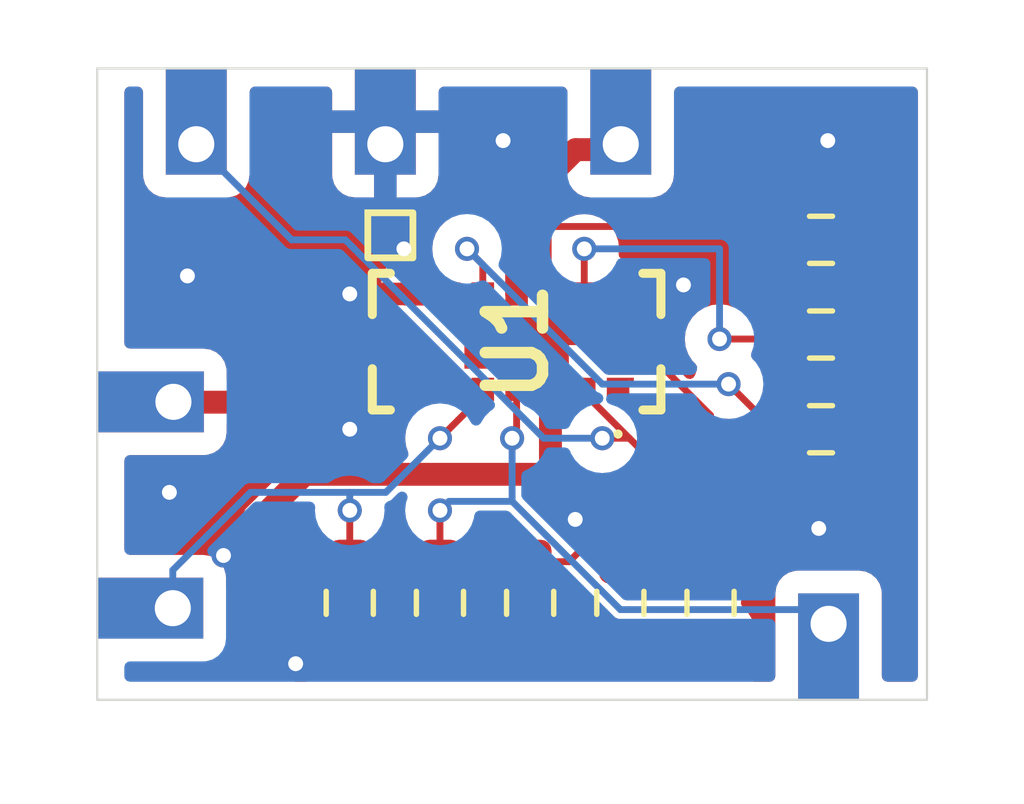
<source format=kicad_pcb>
(kicad_pcb (version 20240108) (generator "pcbnew") (generator_version "8.0")
  (layers (0 "F.Cu" signal "TOP") (31 "B.Cu" signal "BOTTOM") (34 "B.Paste" user) (35 "F.Paste" user) (36 "B.SilkS" user "B.Silkscreen") (37 "F.SilkS" user "F.Silkscreen") (38 "B.Mask" user) (39 "F.Mask" user) (44 "Edge.Cuts" user))
  (net 0 "")
  (net 1 "GND")
  (net 2 "/tof_circuit/CORE_1V8")
  (net 3 "/tof_circuit/AVDD")
  (net 4 "/tof_circuit/SDA")
  (net 5 "/tof_circuit/SCL")
  (net 6 "/tof_circuit/LPn")
  (net 7 "Net-(U1-INT_1)")
  (net 8 "Net-(U1-SYNC)")
  (net 9 "Net-(U1-NCS)")
  (net 10 "Net-(U1-MISO)")
  (footprint "Resistor_SMD:R_0603_1608Metric_Pad0.98x0.95mm_HandSolder" (layer "F.Cu") (at 117 88.25 90)
    (property "Reference" "R3" (hide yes))
    (property "Value" "47k")
    (fp_line (start -0.254724 -0.5225) (end 0.254724 -0.5225) (stroke (width 0.12)) (layer "F.SilkS"))
    (fp_line (start -0.254724 0.5225) (end 0.254724 0.5225) (stroke (width 0.12)) (layer "F.SilkS"))
    (pad "1" smd roundrect (at -0.9125 0 90) (size 0.975 0.95) (layers "F.Cu" "F.Paste" "F.Mask") (net 2 "/tof_circuit/CORE_1V8"))
    (pad "2" smd roundrect (at 0.9125 0 90) (size 0.975 0.95) (layers "F.Cu" "F.Paste" "F.Mask") (net 6 "/tof_circuit/LPn"))
  )
  (footprint "Resistor_SMD:R_0603_1608Metric_Pad0.98x0.95mm_HandSolder" (layer "F.Cu") (at 123.45 82.3)
    (property "Reference" "R7" (hide yes))
    (property "Value" "47k")
    (fp_line (start -0.254724 -0.5225) (end 0.254724 -0.5225) (stroke (width 0.12)) (layer "F.SilkS"))
    (fp_line (start -0.254724 0.5225) (end 0.254724 0.5225) (stroke (width 0.12)) (layer "F.SilkS"))
    (pad "1" smd roundrect (at -0.9125 0) (size 0.975 0.95) (layers "F.Cu" "F.Paste" "F.Mask") (net 9 "Net-(U1-NCS)"))
    (pad "2" smd roundrect (at 0.9125 0) (size 0.975 0.95) (layers "F.Cu" "F.Paste" "F.Mask") (net 1 "GND"))
  )
  (footprint "00_parts:spec_header" (layer "F.Cu") (at 123.618143 88.71541)
    (property "Reference" "J3" (hide yes))
    (property "Value" "Conn_01x01")
    (pad "1" thru_hole custom (at 0 0) (size 1.35 2.35) (drill 0.8 (offset 0 0.5)) (layers "*.Cu" "*.Mask") (net 4 "/tof_circuit/SDA") (options (clearance outline) (anchor rect)) (primitives))
  )
  (footprint "Resistor_SMD:R_0603_1608Metric_Pad0.98x0.95mm_HandSolder" (layer "F.Cu") (at 121 88.25 90)
    (property "Reference" "R5" (hide yes))
    (property "Value" "47k")
    (fp_line (start -0.254724 -0.5225) (end 0.254724 -0.5225) (stroke (width 0.12)) (layer "F.SilkS"))
    (fp_line (start -0.254724 0.5225) (end 0.254724 0.5225) (stroke (width 0.12)) (layer "F.SilkS"))
    (pad "1" smd roundrect (at -0.9125 0 90) (size 0.975 0.95) (layers "F.Cu" "F.Paste" "F.Mask") (net 2 "/tof_circuit/CORE_1V8"))
    (pad "2" smd roundrect (at 0.9125 0 90) (size 0.975 0.95) (layers "F.Cu" "F.Paste" "F.Mask") (net 8 "Net-(U1-SYNC)"))
  )
  (footprint "Resistor_SMD:R_0603_1608Metric_Pad0.98x0.95mm_HandSolder" (layer "F.Cu") (at 123.45 84.4)
    (property "Reference" "R8" (hide yes))
    (property "Value" "47k")
    (fp_line (start -0.254724 -0.5225) (end 0.254724 -0.5225) (stroke (width 0.12)) (layer "F.SilkS"))
    (fp_line (start -0.254724 0.5225) (end 0.254724 0.5225) (stroke (width 0.12)) (layer "F.SilkS"))
    (pad "1" smd roundrect (at -0.9125 0) (size 0.975 0.95) (layers "F.Cu" "F.Paste" "F.Mask") (net 10 "Net-(U1-MISO)"))
    (pad "2" smd roundrect (at 0.9125 0) (size 0.975 0.95) (layers "F.Cu" "F.Paste" "F.Mask") (net 1 "GND"))
  )
  (footprint "Resistor_SMD:R_0603_1608Metric_Pad0.98x0.95mm_HandSolder" (layer "F.Cu") (at 123.45 80.2 180)
    (property "Reference" "R6" (hide yes))
    (property "Value" "47k")
    (fp_line (start -0.254724 0.5225) (end 0.254724 0.5225) (stroke (width 0.12)) (layer "F.SilkS"))
    (fp_line (start -0.254724 -0.5225) (end 0.254724 -0.5225) (stroke (width 0.12)) (layer "F.SilkS"))
    (pad "1" smd roundrect (at -0.9125 0 180) (size 0.975 0.95) (layers "F.Cu" "F.Paste" "F.Mask") (net 1 "GND"))
    (pad "2" smd roundrect (at 0.9125 0 180) (size 0.975 0.95) (layers "F.Cu" "F.Paste" "F.Mask") (net 1 "GND"))
  )
  (footprint "Resistor_SMD:R_0603_1608Metric_Pad0.98x0.95mm_HandSolder" (layer "F.Cu") (at 119 88.25 90)
    (property "Reference" "R4" (hide yes))
    (property "Value" "47k")
    (fp_line (start -0.254724 -0.5225) (end 0.254724 -0.5225) (stroke (width 0.12)) (layer "F.SilkS"))
    (fp_line (start -0.254724 0.5225) (end 0.254724 0.5225) (stroke (width 0.12)) (layer "F.SilkS"))
    (pad "1" smd roundrect (at -0.9125 0 90) (size 0.975 0.95) (layers "F.Cu" "F.Paste" "F.Mask") (net 2 "/tof_circuit/CORE_1V8"))
    (pad "2" smd roundrect (at 0.9125 0 90) (size 0.975 0.95) (layers "F.Cu" "F.Paste" "F.Mask") (net 7 "Net-(U1-INT_1)"))
  )
  (footprint "00_parts:spec_header" (layer "F.Cu") (at 109.089059 83.792928 -90)
    (property "Reference" "J1" (hide yes))
    (property "Value" "Conn_01x01")
    (pad "1" thru_hole custom (at 0 0 270) (size 1.35 2.35) (drill 0.8 (offset 0 0.5)) (layers "*.Cu" "*.Mask") (net 2 "/tof_circuit/CORE_1V8") (options (clearance outline) (anchor rect)) (primitives))
  )
  (footprint "00_parts:VL53L8CXV0GC1" (layer "F.Cu") (at 116.7 82.458 90)
    (property "Reference" "U1" (at 0 0 90) (layer "F.SilkS") (effects (font (size 1.27 1.27) (thickness 0.254))))
    (property "Value" "~" (hide yes))
    (fp_line (start 1.515 -3.2) (end 1.515 -2.8) (stroke (width 0.2)) (layer "F.SilkS"))
    (fp_line (start 0.6 -3.2) (end 1.515 -3.2) (stroke (width 0.2)) (layer "F.SilkS"))
    (fp_line (start -1.515 -3.2) (end -0.6 -3.2) (stroke (width 0.2)) (layer "F.SilkS"))
    (fp_line (start -1.515 -2.8) (end -1.515 -3.2) (stroke (width 0.2)) (layer "F.SilkS"))
    (fp_line (start -2 2.25) (end -2 2.25) (stroke (width 0.1)) (layer "F.SilkS"))
    (fp_line (start -2.1 2.25) (end -2.1 2.25) (stroke (width 0.1)) (layer "F.SilkS"))
    (fp_line (start 1.515 2.8) (end 1.515 3.2) (stroke (width 0.2)) (layer "F.SilkS"))
    (fp_line (start -1.515 2.8) (end -1.515 3.2) (stroke (width 0.2)) (layer "F.SilkS"))
    (fp_line (start 1.515 3.2) (end 0.6 3.2) (stroke (width 0.2)) (layer "F.SilkS"))
    (fp_line (start -1.515 3.2) (end -0.6 3.2) (stroke (width 0.2)) (layer "F.SilkS"))
    (fp_arc (start -2 2.25) (mid -2.05 2.3) (end -2.1 2.25) (stroke (width 0.1)) (layer "F.SilkS"))
    (fp_arc (start -2.1 2.25) (mid -2.05 2.2) (end -2 2.25) (stroke (width 0.1)) (layer "F.SilkS"))
    (pad "1" smd rect (at -0.9 2.55 180) (size 0.1 0.2) (layers "F.Cu" "F.Paste" "F.Mask") (net 7 "Net-(U1-INT_1)"))
    (pad "A1" smd rect (at -1.058 2.25 180) (size 0.5 0.515) (layers "F.Cu" "F.Paste" "F.Mask") (net 7 "Net-(U1-INT_1)"))
    (pad "A2" smd rect (at -1.058 1.5 180) (size 0.5 0.515) (layers "F.Cu" "F.Paste" "F.Mask") (net 6 "/tof_circuit/LPn"))
    (pad "A3" smd rect (at -1.058 0.75 180) (size 0.5 0.515) (layers "F.Cu" "F.Paste" "F.Mask") (net 2 "/tof_circuit/CORE_1V8"))
    (pad "A4" smd rect (at -1.058 0 180) (size 0.5 0.515) (layers "F.Cu" "F.Paste" "F.Mask") (net 4 "/tof_circuit/SDA"))
    (pad "A5" smd rect (at -1.058 -0.75 180) (size 0.5 0.515) (layers "F.Cu" "F.Paste" "F.Mask") (net 5 "/tof_circuit/SCL"))
    (pad "A6" smd rect (at -1.058 -1.5 180) (size 0.5 0.515) (layers "F.Cu" "F.Paste" "F.Mask") (net 1 "GND"))
    (pad "A7" smd rect (at -1.058 -2.25 180) (size 0.5 0.515) (layers "F.Cu" "F.Paste" "F.Mask") (net 1 "GND"))
    (pad "B1" smd rect (at 0 2.668 90) (size 0.5 0.535) (layers "F.Cu" "F.Paste" "F.Mask") (net 8 "Net-(U1-SYNC)"))
    (pad "B4" smd rect (at 0 0 90) (size 1.2 2.316) (layers "F.Cu" "F.Paste" "F.Mask") (net 1 "GND"))
    (pad "B7" smd rect (at 0 -2.668 90) (size 0.5 0.535) (layers "F.Cu" "F.Paste" "F.Mask") (net 2 "/tof_circuit/CORE_1V8"))
    (pad "C1" smd rect (at 1.058 2.25 180) (size 0.5 0.515) (layers "F.Cu" "F.Paste" "F.Mask") (net 1 "GND"))
    (pad "C2" smd rect (at 1.058 1.5 180) (size 0.5 0.515) (layers "F.Cu" "F.Paste" "F.Mask") (net 9 "Net-(U1-NCS)"))
    (pad "C3" smd rect (at 1.058 0.75 180) (size 0.5 0.515) (layers "F.Cu" "F.Paste" "F.Mask") (net 1 "GND"))
    (pad "C4" smd rect (at 1.058 0 180) (size 0.5 0.515) (layers "F.Cu" "F.Paste" "F.Mask") (net 3 "/tof_circuit/AVDD"))
    (pad "C5" smd rect (at 1.058 -0.75 180) (size 0.5 0.515) (layers "F.Cu" "F.Paste" "F.Mask") (net 10 "Net-(U1-MISO)"))
    (pad "C6" smd rect (at 1.058 -1.5 180) (size 0.5 0.515) (layers "F.Cu" "F.Paste" "F.Mask") (net 1 "GND"))
    (pad "C7" smd rect (at 1.058 -2.25 180) (size 0.5 0.515) (layers "F.Cu" "F.Paste" "F.Mask") (net 1 "GND"))
  )
  (footprint "00_parts:spec_header" (layer "F.Cu") (at 109.075621 88.368187 -90)
    (property "Reference" "J4" (hide yes))
    (property "Value" "Conn_01x01")
    (pad "1" thru_hole custom (at 0 0 270) (size 1.35 2.35) (drill 0.8 (offset 0 0.5)) (layers "*.Cu" "*.Mask") (net 5 "/tof_circuit/SCL") (options (clearance outline) (anchor rect)) (primitives))
  )
  (footprint "00_parts:spec_header" (layer "F.Cu") (at 113.788438 78.08 180)
    (property "Reference" "J6" (hide yes))
    (property "Value" "Conn_01x01")
    (pad "1" thru_hole custom (at 0 0 180) (size 1.35 2.35) (drill 0.8 (offset 0 0.5)) (layers "*.Cu" "*.Mask") (net 1 "GND") (options (clearance outline) (anchor rect)) (primitives))
  )
  (footprint "Capacitor_SMD:C_0201_0603Metric_Pad0.64x0.40mm_HandSolder" (layer "F.Cu") (at 116.4 79.4 180)
    (property "Reference" "C3" (hide yes))
    (property "Value" "4.7uF")
    (pad "1" smd roundrect (at -0.4075 0 180) (size 0.635 0.4) (layers "F.Cu" "F.Mask") (net 3 "/tof_circuit/AVDD"))
    (pad "2" smd roundrect (at 0.4075 0 180) (size 0.635 0.4) (layers "F.Cu" "F.Mask") (net 1 "GND"))
  )
  (footprint "00_parts:spec_header" (layer "F.Cu") (at 109.59632 78.08 180)
    (property "Reference" "J5" (hide yes))
    (property "Value" "Conn_01x01")
    (pad "1" thru_hole custom (at 0 0 180) (size 1.35 2.35) (drill 0.8 (offset 0 0.5)) (layers "*.Cu" "*.Mask") (net 6 "/tof_circuit/LPn") (options (clearance outline) (anchor rect)) (primitives))
  )
  (footprint "Capacitor_SMD:C_0201_0603Metric_Pad0.64x0.40mm_HandSolder" (layer "F.Cu") (at 111.8 82 90)
    (property "Reference" "C1" (hide yes))
    (property "Value" "100nF")
    (pad "1" smd roundrect (at -0.4075 0 90) (size 0.635 0.4) (layers "F.Cu" "F.Mask") (net 2 "/tof_circuit/CORE_1V8"))
    (pad "2" smd roundrect (at 0.4075 0 90) (size 0.635 0.4) (layers "F.Cu" "F.Mask") (net 1 "GND"))
  )
  (footprint "Capacitor_SMD:C_0201_0603Metric_Pad0.64x0.40mm_HandSolder" (layer "F.Cu") (at 118 85.6 180)
    (property "Reference" "C2" (hide yes))
    (property "Value" "100nF")
    (pad "1" smd roundrect (at -0.4075 0 180) (size 0.635 0.4) (layers "F.Cu" "F.Mask") (net 1 "GND"))
    (pad "2" smd roundrect (at 0.4075 0 180) (size 0.635 0.4) (layers "F.Cu" "F.Mask") (net 2 "/tof_circuit/CORE_1V8"))
  )
  (footprint "00_parts:spec_header" (layer "F.Cu") (at 119.009128 78.08 180)
    (property "Reference" "J2" (hide yes))
    (property "Value" "Conn_01x01")
    (pad "1" thru_hole custom (at 0 0 180) (size 1.35 2.35) (drill 0.8 (offset 0 0.5)) (layers "*.Cu" "*.Mask") (net 3 "/tof_circuit/AVDD") (options (clearance outline) (anchor rect)) (primitives))
  )
  (footprint "Resistor_SMD:R_0603_1608Metric_Pad0.98x0.95mm_HandSolder" (layer "F.Cu") (at 113 88.25 90)
    (property "Reference" "R1" (hide yes))
    (property "Value" "2.2k")
    (fp_line (start -0.254724 -0.5225) (end 0.254724 -0.5225) (stroke (width 0.12)) (layer "F.SilkS"))
    (fp_line (start -0.254724 0.5225) (end 0.254724 0.5225) (stroke (width 0.12)) (layer "F.SilkS"))
    (pad "1" smd roundrect (at -0.9125 0 90) (size 0.975 0.95) (layers "F.Cu" "F.Paste" "F.Mask") (net 2 "/tof_circuit/CORE_1V8"))
    (pad "2" smd roundrect (at 0.9125 0 90) (size 0.975 0.95) (layers "F.Cu" "F.Paste" "F.Mask") (net 5 "/tof_circuit/SCL"))
  )
  (footprint "Resistor_SMD:R_0603_1608Metric_Pad0.98x0.95mm_HandSolder" (layer "F.Cu") (at 115 88.25 90)
    (property "Reference" "R2" (hide yes))
    (property "Value" "2.2k")
    (fp_line (start -0.254724 -0.5225) (end 0.254724 -0.5225) (stroke (width 0.12)) (layer "F.SilkS"))
    (fp_line (start -0.254724 0.5225) (end 0.254724 0.5225) (stroke (width 0.12)) (layer "F.SilkS"))
    (pad "1" smd roundrect (at -0.9125 0 90) (size 0.975 0.95) (layers "F.Cu" "F.Paste" "F.Mask") (net 2 "/tof_circuit/CORE_1V8"))
    (pad "2" smd roundrect (at 0.9125 0 90) (size 0.975 0.95) (layers "F.Cu" "F.Paste" "F.Mask") (net 4 "/tof_circuit/SDA"))
  )
  (footprint "Capacitor_SMD:C_0201_0603Metric_Pad0.64x0.40mm_HandSolder" (layer "F.Cu") (at 111 89.02 -90)
    (property "Reference" "C4" (hide yes))
    (property "Value" "100nF")
    (pad "1" smd roundrect (at -0.4075 0 270) (size 0.635 0.4) (layers "F.Cu" "F.Mask") (net 2 "/tof_circuit/CORE_1V8"))
    (pad "2" smd roundrect (at 0.4075 0 270) (size 0.635 0.4) (layers "F.Cu" "F.Mask") (net 1 "GND"))
  )
  (gr_rect (start 113.4 79.6) (end 114.4 80.6) (stroke (width 0.15)) (fill none) (layer "F.SilkS"))
  (gr_rect (start 107.4 76.4) (end 125.8 90.4) (stroke (width 0.05)) (fill none) (layer "Edge.Cuts"))
  (segment (start 118.95 81.4) (end 120.2 81.4) (width 0.1524) (layer "F.Cu") (net 1))
  (segment (start 114.45 83.516) (end 113.884 83.516) (width 0.1524) (layer "F.Cu") (net 1))
  (segment (start 118 86.4) (end 118.2 86.4) (width 0.1524) (layer "F.Cu") (net 1))
  (segment (start 113.884 83.516) (end 113 84.4) (width 0.1524) (layer "F.Cu") (net 1))
  (segment (start 117.4 80) (end 117.4 81.35) (width 0.1524) (layer "F.Cu") (net 1))
  (segment (start 118.3019 82.458) (end 118.95 81.8099) (width 0.1524) (layer "F.Cu") (net 1))
  (segment (start 117.4 81.35) (end 117.45 81.4) (width 0.1524) (layer "F.Cu") (net 1))
  (segment (start 111.6275 89.4275) (end 111.8 89.6) (width 0.1524) (layer "F.Cu") (net 1))
  (segment (start 115.2 83.516) (end 114.45 83.516) (width 0.1524) (layer "F.Cu") (net 1))
  (segment (start 118.4075 86.1925) (end 118.4075 85.6) (width 0.1524) (layer "F.Cu") (net 1))
  (segment (start 116.7 82.458) (end 118.3019 82.458) (width 0.1524) (layer "F.Cu") (net 1))
  (segment (start 115.2 81.4) (end 114.45 81.4) (width 0.1524) (layer "F.Cu") (net 1))
  (segment (start 120.2 81.4) (end 120.4 81.2) (width 0.1524) (layer "F.Cu") (net 1))
  (segment (start 118.2 86.4) (end 118.4075 86.1925) (width 0.1524) (layer "F.Cu") (net 1))
  (segment (start 122.2422 79.9047) (end 117.4953 79.9047) (width 0.1524) (layer "F.Cu") (net 1))
  (segment (start 111 89.4275) (end 111.6275 89.4275) (width 0.1524) (layer "F.Cu") (net 1))
  (segment (start 118.95 81.8099) (end 118.95 81.4) (width 0.1524) (layer "F.Cu") (net 1))
  (segment (start 117.4953 79.9047) (end 117.4 80) (width 0.1524) (layer "F.Cu") (net 1))
  (segment (start 122.5375 80.2) (end 122.2422 79.9047) (width 0.1524) (layer "F.Cu") (net 1))
  (via (at 111.8 89.6) (size 0.5334) (drill 0.3302) (layers "F.Cu" "B.Cu") (net 1))
  (via (at 114.2 80.4) (size 0.5334) (drill 0.3302) (layers "F.Cu" "B.Cu") (net 1))
  (via (at 123.4 86.6) (size 0.5334) (drill 0.3302) (layers "F.Cu" "B.Cu") (net 1))
  (via (at 120.4 81.2) (size 0.5334) (drill 0.3302) (layers "F.Cu" "B.Cu") (net 1))
  (via (at 118 86.4) (size 0.5334) (drill 0.3302) (layers "F.Cu" "B.Cu") (net 1))
  (via (at 123.6 78) (size 0.5334) (drill 0.3302) (layers "F.Cu" "B.Cu") (net 1))
  (via (at 110.2 87.2) (size 0.5334) (drill 0.3302) (layers "F.Cu" "B.Cu") (net 1))
  (via (at 109.4 81) (size 0.5334) (drill 0.3302) (layers "F.Cu" "B.Cu") (net 1))
  (via (at 113 84.4) (size 0.5334) (drill 0.3302) (layers "F.Cu" "B.Cu") (net 1))
  (via (at 109 85.8) (size 0.5334) (drill 0.3302) (layers "F.Cu" "B.Cu") (net 1))
  (via (at 113 81.4) (size 0.5334) (drill 0.3302) (layers "F.Cu" "B.Cu") (net 1))
  (via (at 116.4 78) (size 0.5334) (drill 0.3302) (layers "F.Cu" "B.Cu") (net 1))
  (segment (start 113 89.1625) (end 121 89.1625) (width 0.508) (layer "F.Cu") (net 2))
  (segment (start 117.2 85.4) (end 117.4 85.6) (width 0.508) (layer "F.Cu") (net 2))
  (segment (start 111.8 82.4075) (end 113.9815 82.4075) (width 0.508) (layer "F.Cu") (net 2))
  (segment (start 117.45 85.55) (end 117.4 85.6) (width 0.508) (layer "F.Cu") (net 2))
  (segment (start 112.45 88.6125) (end 113 89.1625) (width 0.508) (layer "F.Cu") (net 2))
  (segment (start 112 85.4) (end 117.2 85.4) (width 0.508) (layer "F.Cu") (net 2))
  (segment (start 111 86.4) (end 111 88.6125) (width 0.508) (layer "F.Cu") (net 2))
  (segment (start 109.096131 83.8) (end 111.8 83.8) (width 0.508) (layer "F.Cu") (net 2))
  (segment (start 109.089059 83.792928) (end 109.096131 83.8) (width 0.508) (layer "F.Cu") (net 2))
  (segment (start 111.8 85.6) (end 111 86.4) (width 0.508) (layer "F.Cu") (net 2))
  (segment (start 111.8 85.6) (end 112 85.4) (width 0.508) (layer "F.Cu") (net 2))
  (segment (start 117.4 85.6) (end 117.5925 85.6) (width 0.508) (layer "F.Cu") (net 2))
  (segment (start 111.8 83.8) (end 111.8 85.6) (width 0.508) (layer "F.Cu") (net 2))
  (segment (start 111 88.6125) (end 112.45 88.6125) (width 0.508) (layer "F.Cu") (net 2))
  (segment (start 111.8 83.8) (end 111.8 82.4075) (width 0.508) (layer "F.Cu") (net 2))
  (segment (start 117.45 83.516) (end 117.45 85.55) (width 0.508) (layer "F.Cu") (net 2))
  (segment (start 113.9815 82.4075) (end 114.032 82.458) (width 0.508) (layer "F.Cu") (net 2))
  (segment (start 116.7 81.4) (end 116.7 79.5075) (width 0.508) (layer "F.Cu") (net 3))
  (segment (start 118.0075 78.2) (end 116.8075 79.4) (width 0.508) (layer "F.Cu") (net 3))
  (segment (start 116.7 79.5075) (end 116.8075 79.4) (width 0.508) (layer "F.Cu") (net 3))
  (segment (start 119.009128 78.2) (end 118.0075 78.2) (width 0.508) (layer "F.Cu") (net 3))
  (segment (start 115 86.2) (end 115 87.3375) (width 0.1524) (layer "F.Cu") (net 4))
  (segment (start 116.7 84.5) (end 116.6 84.6) (width 0.1524) (layer "F.Cu") (net 4))
  (segment (start 116.7 83.516) (end 116.7 84.5) (width 0.1524) (layer "F.Cu") (net 4))
  (via (at 116.6 84.6) (size 0.5334) (drill 0.3302) (layers "F.Cu" "B.Cu") (net 4))
  (via (at 115 86.2) (size 0.5334) (drill 0.3302) (layers "F.Cu" "B.Cu") (net 4))
  (segment (start 116.6 84.6) (end 116.6 86) (width 0.1524) (layer "B.Cu") (net 4))
  (segment (start 123.302733 88.4) (end 123.618143 88.71541) (width 0.1524) (layer "B.Cu") (net 4))
  (segment (start 115 86.2) (end 115.2 86) (width 0.1524) (layer "B.Cu") (net 4))
  (segment (start 115.2 86) (end 116.6 86) (width 0.1524) (layer "B.Cu") (net 4))
  (segment (start 119 88.4) (end 123.302733 88.4) (width 0.1524) (layer "B.Cu") (net 4))
  (segment (start 116.6 86) (end 119 88.4) (width 0.1524) (layer "B.Cu") (net 4))
  (segment (start 113 86.2) (end 113 87.3375) (width 0.1524) (layer "F.Cu") (net 5))
  (segment (start 115 84.6) (end 115.95 83.65) (width 0.1524) (layer "F.Cu") (net 5))
  (segment (start 115.95 83.65) (end 115.95 83.516) (width 0.1524) (layer "F.Cu") (net 5))
  (via (at 115 84.6) (size 0.5334) (drill 0.3302) (layers "F.Cu" "B.Cu") (net 5))
  (via (at 113 86.2) (size 0.5334) (drill 0.3302) (layers "F.Cu" "B.Cu") (net 5))
  (segment (start 113 85.8) (end 113.8 85.8) (width 0.1524) (layer "B.Cu") (net 5))
  (segment (start 113 85.8) (end 110.8 85.8) (width 0.1524) (layer "B.Cu") (net 5))
  (segment (start 113.8 85.8) (end 115 84.6) (width 0.1524) (layer "B.Cu") (net 5))
  (segment (start 109.075621 87.524379) (end 109.075621 88.368187) (width 0.1524) (layer "B.Cu") (net 5))
  (segment (start 113 85.8) (end 113 86.2) (width 0.1524) (layer "B.Cu") (net 5))
  (segment (start 110.8 85.8) (end 109.075621 87.524379) (width 0.1524) (layer "B.Cu") (net 5))
  (segment (start 119.2 84.6) (end 119.4 84.8) (width 0.1524) (layer "F.Cu") (net 6))
  (segment (start 119.2 84.6) (end 118.6 84.6) (width 0.1524) (layer "F.Cu") (net 6))
  (segment (start 117.8625 87.3375) (end 117 87.3375) (width 0.1524) (layer "F.Cu") (net 6))
  (segment (start 119.4 85.8) (end 117.8625 87.3375) (width 0.1524) (layer "F.Cu") (net 6))
  (segment (start 118.2 83.6) (end 119.2 84.6) (width 0.1524) (layer "F.Cu") (net 6))
  (segment (start 118.2 83.516) (end 118.2 83.6) (width 0.1524) (layer "F.Cu") (net 6))
  (segment (start 119.4 84.8) (end 119.4 85.8) (width 0.1524) (layer "F.Cu") (net 6))
  (via (at 118.6 84.6) (size 0.5334) (drill 0.3302) (layers "F.Cu" "B.Cu") (net 6))
  (segment (start 111.710929 80.2) (end 109.59632 78.085391) (width 0.1524) (layer "B.Cu") (net 6))
  (segment (start 118.6 84.6) (end 117.30046 84.6) (width 0.1524) (layer "B.Cu") (net 6))
  (segment (start 112.90046 80.2) (end 111.710929 80.2) (width 0.1524) (layer "B.Cu") (net 6))
  (segment (start 117.30046 84.6) (end 112.90046 80.2) (width 0.1524) (layer "B.Cu") (net 6))
  (segment (start 119 87.3375) (end 120 86.3375) (width 0.1524) (layer "F.Cu") (net 7))
  (segment (start 120 86.3375) (end 120 84.566) (width 0.1524) (layer "F.Cu") (net 7))
  (segment (start 119 87.3375) (end 119 87) (width 0.1524) (layer "F.Cu") (net 7))
  (segment (start 120 84.566) (end 118.95 83.516) (width 0.1524) (layer "F.Cu") (net 7))
  (segment (start 119.368 82.458) (end 121 84.09) (width 0.1524) (layer "F.Cu") (net 8))
  (segment (start 121 84.09) (end 121 86.9375) (width 0.1524) (layer "F.Cu") (net 8))
  (segment (start 118.2 81.4) (end 118.2 80.4) (width 0.1524) (layer "F.Cu") (net 9))
  (segment (start 122.4375 82.4) (end 122.5375 82.3) (width 0.1524) (layer "F.Cu") (net 9))
  (segment (start 121.2 82.4) (end 122.4375 82.4) (width 0.1524) (layer "F.Cu") (net 9))
  (via (at 118.2 80.4) (size 0.5334) (drill 0.3302) (layers "F.Cu" "B.Cu") (net 9))
  (via (at 121.2 82.4) (size 0.5334) (drill 0.3302) (layers "F.Cu" "B.Cu") (net 9))
  (segment (start 121.2 80.4) (end 121.2 82.4) (width 0.1524) (layer "B.Cu") (net 9))
  (segment (start 118.2 80.4) (end 121.2 80.4) (width 0.1524) (layer "B.Cu") (net 9))
  (segment (start 115.6 80.4) (end 115.95 80.75) (width 0.1524) (layer "F.Cu") (net 10))
  (segment (start 115.95 80.75) (end 115.95 81.4) (width 0.1524) (layer "F.Cu") (net 10))
  (segment (start 122.4 84.4) (end 122.5375 84.4) (width 0.1524) (layer "F.Cu") (net 10))
  (segment (start 121.4 83.4) (end 122.4 84.4) (width 0.1524) (layer "F.Cu") (net 10))
  (via (at 115.6 80.4) (size 0.5334) (drill 0.3302) (layers "F.Cu" "B.Cu") (net 10))
  (via (at 121.4 83.4) (size 0.5334) (drill 0.3302) (layers "F.Cu" "B.Cu") (net 10))
  (segment (start 115.6 80.4) (end 118.6 83.4) (width 0.1524) (layer "B.Cu") (net 10))
  (segment (start 118.6 83.4) (end 121.4 83.4) (width 0.1524) (layer "B.Cu") (net 10))
  (zone (net 1) (net_name "GND") (layers "F&B.Cu") (connect_pads (clearance 0.5)) (min_thickness 0.25) (fill yes (thermal_gap 0.5) (thermal_bridge_width 0.5))
    (polygon (pts (xy 108 76.8) (xy 125.6 76.8) (xy 125.6 90) (xy 108 90)))
  )
)
</source>
